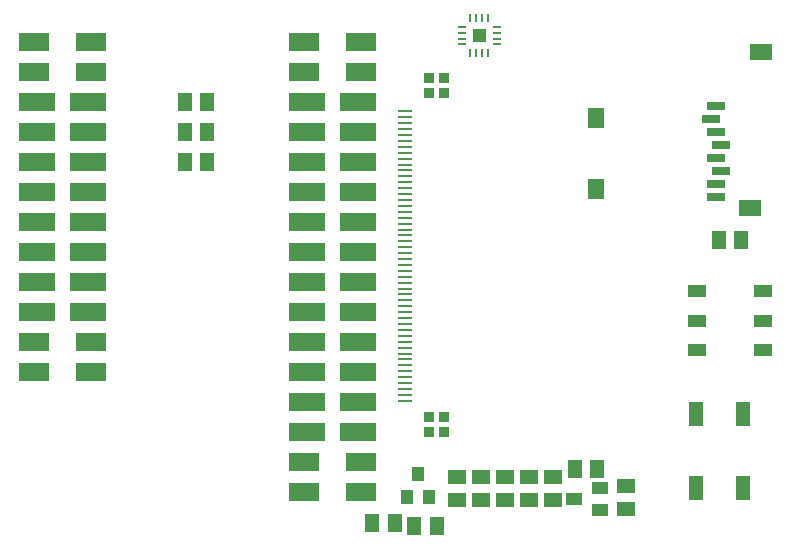
<source format=gbr>
G04 EAGLE Gerber RS-274X export*
G75*
%MOMM*%
%FSLAX34Y34*%
%LPD*%
%INSolderpaste Top*%
%IPPOS*%
%AMOC8*
5,1,8,0,0,1.08239X$1,22.5*%
G01*
%ADD10R,1.500000X1.240000*%
%ADD11R,1.240000X1.500000*%
%ADD12R,1.200000X0.275000*%
%ADD13R,0.889000X0.889000*%
%ADD14R,1.900000X1.400000*%
%ADD15R,1.400000X1.800000*%
%ADD16R,1.500000X0.700000*%
%ADD17R,2.540000X1.524000*%
%ADD18R,3.048000X1.524000*%
%ADD19R,1.400000X1.000000*%
%ADD20R,0.800000X0.280000*%
%ADD21R,0.280000X0.800000*%
%ADD22R,1.000000X1.200000*%
%ADD23R,1.200000X2.000000*%
%ADD24R,1.500000X1.000000*%

G36*
X400115Y443877D02*
X400115Y443877D01*
X400181Y443879D01*
X400224Y443897D01*
X400271Y443905D01*
X400328Y443939D01*
X400388Y443964D01*
X400423Y443995D01*
X400464Y444020D01*
X400506Y444071D01*
X400554Y444115D01*
X400576Y444157D01*
X400605Y444194D01*
X400626Y444256D01*
X400657Y444315D01*
X400665Y444369D01*
X400677Y444406D01*
X400676Y444446D01*
X400684Y444500D01*
X400684Y454660D01*
X400673Y454725D01*
X400671Y454791D01*
X400653Y454834D01*
X400645Y454881D01*
X400611Y454938D01*
X400586Y454998D01*
X400555Y455033D01*
X400530Y455074D01*
X400479Y455116D01*
X400435Y455164D01*
X400393Y455186D01*
X400356Y455215D01*
X400294Y455236D01*
X400235Y455267D01*
X400181Y455275D01*
X400144Y455287D01*
X400104Y455286D01*
X400050Y455294D01*
X389890Y455294D01*
X389825Y455283D01*
X389759Y455281D01*
X389716Y455263D01*
X389669Y455255D01*
X389612Y455221D01*
X389552Y455196D01*
X389517Y455165D01*
X389476Y455140D01*
X389435Y455089D01*
X389386Y455045D01*
X389364Y455003D01*
X389335Y454966D01*
X389314Y454904D01*
X389283Y454845D01*
X389275Y454791D01*
X389263Y454754D01*
X389263Y454743D01*
X389263Y454742D01*
X389264Y454712D01*
X389256Y454660D01*
X389256Y444500D01*
X389267Y444435D01*
X389269Y444369D01*
X389287Y444326D01*
X389295Y444279D01*
X389329Y444222D01*
X389354Y444162D01*
X389385Y444127D01*
X389410Y444086D01*
X389461Y444045D01*
X389505Y443996D01*
X389547Y443974D01*
X389584Y443945D01*
X389646Y443924D01*
X389705Y443893D01*
X389759Y443885D01*
X389796Y443873D01*
X389836Y443874D01*
X389890Y443866D01*
X400050Y443866D01*
X400115Y443877D01*
G37*
D10*
X396240Y56540D03*
X396240Y75540D03*
X416560Y56540D03*
X416560Y75540D03*
X436880Y56540D03*
X436880Y75540D03*
X457200Y56540D03*
X457200Y75540D03*
D11*
X597560Y276860D03*
X616560Y276860D03*
D10*
X375920Y56540D03*
X375920Y75540D03*
X519430Y67920D03*
X519430Y48920D03*
D12*
X331710Y140390D03*
X331710Y145390D03*
X331710Y150390D03*
X331710Y155390D03*
X331710Y160390D03*
X331710Y165390D03*
X331710Y170390D03*
X331710Y175390D03*
X331710Y180390D03*
X331710Y185390D03*
X331710Y190390D03*
X331710Y195390D03*
X331710Y200390D03*
X331710Y205390D03*
X331710Y210390D03*
X331710Y215390D03*
X331710Y220390D03*
X331710Y225390D03*
X331710Y230390D03*
X331710Y235390D03*
X331710Y240390D03*
X331710Y245390D03*
X331710Y250390D03*
X331710Y255390D03*
X331710Y260390D03*
X331710Y265390D03*
X331710Y270390D03*
X331710Y275390D03*
X331710Y280390D03*
X331710Y285390D03*
X331710Y290390D03*
X331710Y295390D03*
X331710Y300390D03*
X331710Y305390D03*
X331710Y310390D03*
X331710Y315390D03*
X331710Y320390D03*
X331710Y325390D03*
X331710Y330390D03*
X331710Y335390D03*
X331710Y340390D03*
X331710Y345390D03*
X331710Y350390D03*
X331710Y355390D03*
X331710Y360390D03*
X331710Y365390D03*
X331710Y370390D03*
X331710Y375390D03*
X331710Y380390D03*
X331710Y385390D03*
D13*
X352425Y413385D03*
X352425Y400685D03*
X365125Y400685D03*
X365125Y413385D03*
X352425Y113665D03*
X352425Y126365D03*
X365125Y126365D03*
X365125Y113665D03*
D14*
X624350Y303720D03*
X633350Y435720D03*
D15*
X493350Y319720D03*
X493350Y379720D03*
D16*
X595350Y312720D03*
X595350Y323720D03*
X599350Y334720D03*
X595350Y345720D03*
X599350Y356720D03*
X595350Y367720D03*
X591350Y378720D03*
X595350Y389720D03*
D11*
X323190Y36830D03*
X304190Y36830D03*
D17*
X246380Y63500D03*
X294640Y63500D03*
X246380Y88900D03*
X294640Y88900D03*
D18*
X292100Y114300D03*
X248920Y114300D03*
X292100Y139700D03*
X248920Y139700D03*
X292100Y165100D03*
X248920Y165100D03*
X292100Y190500D03*
X248920Y190500D03*
X292100Y215900D03*
X248920Y215900D03*
X292100Y241300D03*
X248920Y241300D03*
X292100Y266700D03*
X248920Y266700D03*
X292100Y292100D03*
X248920Y292100D03*
X292100Y317500D03*
X248920Y317500D03*
X292100Y342900D03*
X248920Y342900D03*
X292100Y368300D03*
X248920Y368300D03*
X292100Y393700D03*
X248920Y393700D03*
D17*
X294640Y419100D03*
X246380Y419100D03*
X294640Y444500D03*
X246380Y444500D03*
X17780Y165100D03*
X66040Y165100D03*
X17780Y190500D03*
X66040Y190500D03*
D18*
X63500Y215900D03*
X20320Y215900D03*
X63500Y241300D03*
X20320Y241300D03*
X63500Y266700D03*
X20320Y266700D03*
X63500Y292100D03*
X20320Y292100D03*
X63500Y317500D03*
X20320Y317500D03*
X63500Y342900D03*
X20320Y342900D03*
X63500Y368300D03*
X20320Y368300D03*
X63500Y393700D03*
X20320Y393700D03*
D17*
X66040Y419100D03*
X17780Y419100D03*
X66040Y444500D03*
X17780Y444500D03*
D19*
X475410Y57150D03*
X497410Y66650D03*
X497410Y47650D03*
D11*
X494640Y82550D03*
X475640Y82550D03*
D20*
X409970Y442080D03*
X409970Y447080D03*
X409970Y452080D03*
X409970Y457080D03*
D21*
X402470Y464580D03*
X397470Y464580D03*
X392470Y464580D03*
X387470Y464580D03*
D20*
X379970Y457080D03*
X379970Y452080D03*
X379970Y447080D03*
X379970Y442080D03*
D21*
X387470Y434580D03*
X392470Y434580D03*
X397470Y434580D03*
X402470Y434580D03*
D22*
X342900Y78580D03*
X352400Y58580D03*
X333400Y58580D03*
D11*
X358750Y34290D03*
X339750Y34290D03*
X145440Y342900D03*
X164440Y342900D03*
D23*
X618170Y128790D03*
X618170Y66790D03*
X578170Y66790D03*
X578170Y128790D03*
D11*
X145440Y393700D03*
X164440Y393700D03*
X145440Y368300D03*
X164440Y368300D03*
D24*
X579060Y183280D03*
X579060Y208280D03*
X579060Y233280D03*
X635060Y233280D03*
X635060Y208280D03*
X635060Y183280D03*
M02*

</source>
